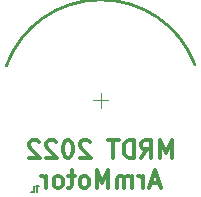
<source format=gbr>
%TF.GenerationSoftware,KiCad,Pcbnew,(5.1.10)-1*%
%TF.CreationDate,2022-03-13T21:43:14-05:00*%
%TF.ProjectId,ArmMotorPCB,41726d4d-6f74-46f7-9250-43422e6b6963,rev?*%
%TF.SameCoordinates,Original*%
%TF.FileFunction,Legend,Bot*%
%TF.FilePolarity,Positive*%
%FSLAX46Y46*%
G04 Gerber Fmt 4.6, Leading zero omitted, Abs format (unit mm)*
G04 Created by KiCad (PCBNEW (5.1.10)-1) date 2022-03-13 21:43:14*
%MOMM*%
%LPD*%
G01*
G04 APERTURE LIST*
%ADD10C,0.120000*%
%ADD11C,0.254000*%
%ADD12C,0.300000*%
%ADD13C,0.127000*%
G04 APERTURE END LIST*
D10*
X137795000Y-63500000D02*
X137795000Y-64135000D01*
X137795000Y-63500000D02*
X137795000Y-62865000D01*
X137795000Y-63500000D02*
X137160000Y-63500000D01*
X138430000Y-63500000D02*
X137795000Y-63500000D01*
X137795000Y-63500000D02*
X138430000Y-63500000D01*
X137160000Y-63500000D02*
X137668000Y-63500000D01*
X137795000Y-64135000D02*
X137795000Y-63500000D01*
D11*
X145754522Y-60467801D02*
G75*
G03*
X129794001Y-60579001I-7959522J-3032199D01*
G01*
D12*
X143795000Y-68364571D02*
X143795000Y-66864571D01*
X143295000Y-67936000D01*
X142795000Y-66864571D01*
X142795000Y-68364571D01*
X141223571Y-68364571D02*
X141723571Y-67650285D01*
X142080714Y-68364571D02*
X142080714Y-66864571D01*
X141509285Y-66864571D01*
X141366428Y-66936000D01*
X141295000Y-67007428D01*
X141223571Y-67150285D01*
X141223571Y-67364571D01*
X141295000Y-67507428D01*
X141366428Y-67578857D01*
X141509285Y-67650285D01*
X142080714Y-67650285D01*
X140580714Y-68364571D02*
X140580714Y-66864571D01*
X140223571Y-66864571D01*
X140009285Y-66936000D01*
X139866428Y-67078857D01*
X139795000Y-67221714D01*
X139723571Y-67507428D01*
X139723571Y-67721714D01*
X139795000Y-68007428D01*
X139866428Y-68150285D01*
X140009285Y-68293142D01*
X140223571Y-68364571D01*
X140580714Y-68364571D01*
X139295000Y-66864571D02*
X138437857Y-66864571D01*
X138866428Y-68364571D02*
X138866428Y-66864571D01*
X136866428Y-67007428D02*
X136795000Y-66936000D01*
X136652142Y-66864571D01*
X136295000Y-66864571D01*
X136152142Y-66936000D01*
X136080714Y-67007428D01*
X136009285Y-67150285D01*
X136009285Y-67293142D01*
X136080714Y-67507428D01*
X136937857Y-68364571D01*
X136009285Y-68364571D01*
X135080714Y-66864571D02*
X134937857Y-66864571D01*
X134795000Y-66936000D01*
X134723571Y-67007428D01*
X134652142Y-67150285D01*
X134580714Y-67436000D01*
X134580714Y-67793142D01*
X134652142Y-68078857D01*
X134723571Y-68221714D01*
X134795000Y-68293142D01*
X134937857Y-68364571D01*
X135080714Y-68364571D01*
X135223571Y-68293142D01*
X135295000Y-68221714D01*
X135366428Y-68078857D01*
X135437857Y-67793142D01*
X135437857Y-67436000D01*
X135366428Y-67150285D01*
X135295000Y-67007428D01*
X135223571Y-66936000D01*
X135080714Y-66864571D01*
X134009285Y-67007428D02*
X133937857Y-66936000D01*
X133795000Y-66864571D01*
X133437857Y-66864571D01*
X133295000Y-66936000D01*
X133223571Y-67007428D01*
X133152142Y-67150285D01*
X133152142Y-67293142D01*
X133223571Y-67507428D01*
X134080714Y-68364571D01*
X133152142Y-68364571D01*
X132580714Y-67007428D02*
X132509285Y-66936000D01*
X132366428Y-66864571D01*
X132009285Y-66864571D01*
X131866428Y-66936000D01*
X131795000Y-67007428D01*
X131723571Y-67150285D01*
X131723571Y-67293142D01*
X131795000Y-67507428D01*
X132652142Y-68364571D01*
X131723571Y-68364571D01*
X142723571Y-70486000D02*
X142009285Y-70486000D01*
X142866428Y-70914571D02*
X142366428Y-69414571D01*
X141866428Y-70914571D01*
X141366428Y-70914571D02*
X141366428Y-69914571D01*
X141366428Y-70200285D02*
X141295000Y-70057428D01*
X141223571Y-69986000D01*
X141080714Y-69914571D01*
X140937857Y-69914571D01*
X140437857Y-70914571D02*
X140437857Y-69914571D01*
X140437857Y-70057428D02*
X140366428Y-69986000D01*
X140223571Y-69914571D01*
X140009285Y-69914571D01*
X139866428Y-69986000D01*
X139795000Y-70128857D01*
X139795000Y-70914571D01*
X139795000Y-70128857D02*
X139723571Y-69986000D01*
X139580714Y-69914571D01*
X139366428Y-69914571D01*
X139223571Y-69986000D01*
X139152142Y-70128857D01*
X139152142Y-70914571D01*
X138437857Y-70914571D02*
X138437857Y-69414571D01*
X137937857Y-70486000D01*
X137437857Y-69414571D01*
X137437857Y-70914571D01*
X136509285Y-70914571D02*
X136652142Y-70843142D01*
X136723571Y-70771714D01*
X136795000Y-70628857D01*
X136795000Y-70200285D01*
X136723571Y-70057428D01*
X136652142Y-69986000D01*
X136509285Y-69914571D01*
X136295000Y-69914571D01*
X136152142Y-69986000D01*
X136080714Y-70057428D01*
X136009285Y-70200285D01*
X136009285Y-70628857D01*
X136080714Y-70771714D01*
X136152142Y-70843142D01*
X136295000Y-70914571D01*
X136509285Y-70914571D01*
X135580714Y-69914571D02*
X135009285Y-69914571D01*
X135366428Y-69414571D02*
X135366428Y-70700285D01*
X135295000Y-70843142D01*
X135152142Y-70914571D01*
X135009285Y-70914571D01*
X134295000Y-70914571D02*
X134437857Y-70843142D01*
X134509285Y-70771714D01*
X134580714Y-70628857D01*
X134580714Y-70200285D01*
X134509285Y-70057428D01*
X134437857Y-69986000D01*
X134295000Y-69914571D01*
X134080714Y-69914571D01*
X133937857Y-69986000D01*
X133866428Y-70057428D01*
X133795000Y-70200285D01*
X133795000Y-70628857D01*
X133866428Y-70771714D01*
X133937857Y-70843142D01*
X134080714Y-70914571D01*
X134295000Y-70914571D01*
X133152142Y-70914571D02*
X133152142Y-69914571D01*
X133152142Y-70200285D02*
X133080714Y-70057428D01*
X133009285Y-69986000D01*
X132866428Y-69914571D01*
X132723571Y-69914571D01*
D13*
X132557761Y-70714809D02*
X132267476Y-70714809D01*
X132412619Y-71222809D02*
X132412619Y-70714809D01*
X131856238Y-71222809D02*
X132098142Y-71222809D01*
X132098142Y-70714809D01*
M02*

</source>
